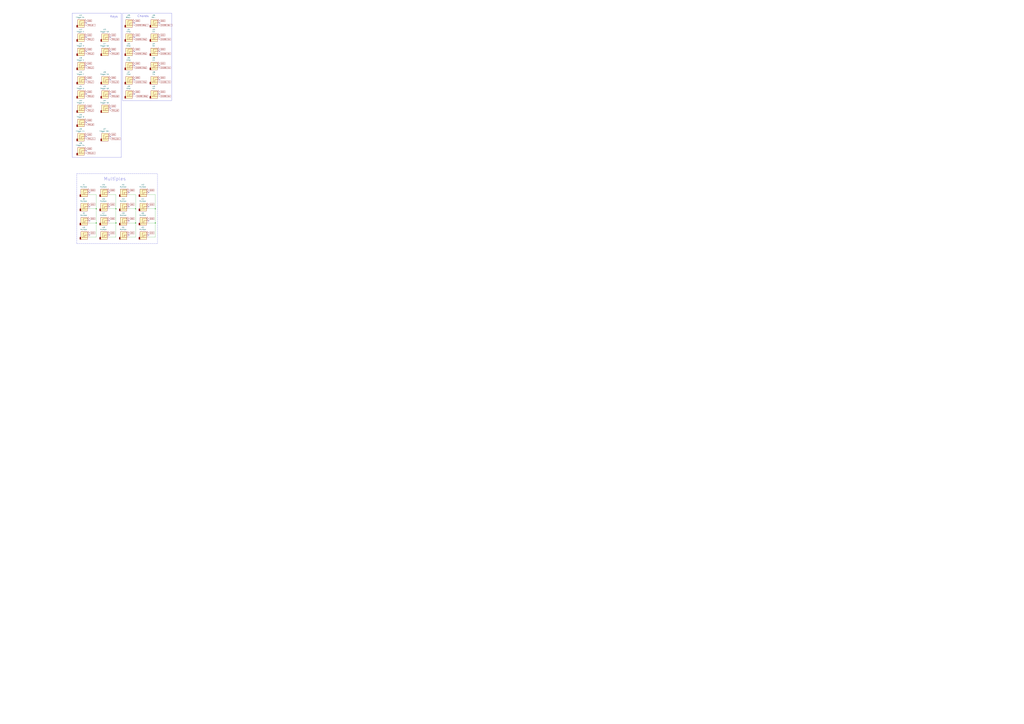
<source format=kicad_sch>
(kicad_sch (version 20231120) (generator "eeschema") (generator_version "8.0")
  (paper "A0")
  (title_block (title "Audio Thing Template") (rev "1.0") (company "velvia-fifty") (comment 1 "https://github.com/velvia-fifty/AudioThings") (comment 2 "You should have changed this already :)") (comment 4 "Stay humble"))
  (lib_symbols
    (symbol "Connector_Audio:AudioJack3"
      (property "Reference" "J" (at 0 8.89 0))
      (property "Value" "AudioJack3" (at 0 6.35 0))
      (symbol "AudioJack3_0_1"
        (rectangle (start -5.08 -5.08) (end -6.35 -2.54) (stroke (width 0.254)) (fill (type outline)))
        (polyline (pts (xy 0 -2.54) (xy 0.635 -3.175) (xy 1.27 -2.54) (xy 2.54 -2.54)) (stroke (width 0.254)))
        (polyline (pts (xy -1.905 -2.54) (xy -1.27 -3.175) (xy -0.635 -2.54) (xy -0.635 0) (xy 2.54 0)) (stroke (width 0.254)))
        (polyline (pts (xy 2.54 2.54) (xy -2.54 2.54) (xy -2.54 -2.54) (xy -3.175 -3.175) (xy -3.81 -2.54)) (stroke (width 0.254)))
        (rectangle (start 2.54 3.81) (end -5.08 -5.08) (stroke (width 0.254)) (fill (type background)))
      )
      (symbol "AudioJack3_1_1"
        (pin passive line (at 5.08 0 180) (length 2.54) (name "~") (number "R"))
        (pin passive line (at 5.08 2.54 180) (length 2.54) (name "~") (number "S"))
        (pin passive line (at 5.08 -2.54 180) (length 2.54) (name "~") (number "T"))
      )
    )
  )
  (junction (at 157.48 242.57))
  (junction (at 180.34 259.08))
  (junction (at 111.76 259.08))
  (junction (at 134.62 259.08))
  (junction (at 111.76 242.57))
  (junction (at 157.48 259.08))
  (junction (at 180.34 242.57))
  (junction (at 134.62 242.57))
  (no_connect (at 104.14 256.54))
  (no_connect (at 172.72 273.05))
  (no_connect (at 149.86 256.54))
  (no_connect (at 156.21 76.2))
  (no_connect (at 127 240.03))
  (no_connect (at 100.33 76.2))
  (no_connect (at 100.33 142.24))
  (no_connect (at 128.27 158.75))
  (no_connect (at 172.72 223.52))
  (no_connect (at 149.86 223.52))
  (no_connect (at 149.86 240.03))
  (no_connect (at 156.21 109.22))
  (no_connect (at 100.33 59.69))
  (no_connect (at 156.21 26.67))
  (no_connect (at 100.33 158.75))
  (no_connect (at 127 273.05))
  (no_connect (at 100.33 43.18))
  (no_connect (at 185.42 76.2))
  (no_connect (at 156.21 92.71))
  (no_connect (at 100.33 92.71))
  (no_connect (at 128.27 43.18))
  (no_connect (at 104.14 223.52))
  (no_connect (at 100.33 109.22))
  (no_connect (at 104.14 273.05))
  (no_connect (at 185.42 59.69))
  (no_connect (at 156.21 59.69))
  (no_connect (at 127 256.54))
  (no_connect (at 104.14 240.03))
  (no_connect (at 128.27 59.69))
  (no_connect (at 100.33 26.67))
  (no_connect (at 128.27 125.73))
  (no_connect (at 185.42 43.18))
  (no_connect (at 185.42 92.71))
  (no_connect (at 149.86 273.05))
  (no_connect (at 127 223.52))
  (no_connect (at 156.21 43.18))
  (no_connect (at 128.27 92.71))
  (no_connect (at 185.42 26.67))
  (no_connect (at 128.27 109.22))
  (no_connect (at 100.33 175.26))
  (no_connect (at 172.72 256.54))
  (no_connect (at 185.42 109.22))
  (no_connect (at 100.33 125.73))
  (no_connect (at 172.72 240.03))
  (wire (pts (xy 134.62 275.59) (xy 127 275.59)))
  (wire (pts (xy 172.72 242.57) (xy 180.34 242.57)))
  (wire (pts (xy 172.72 259.08) (xy 180.34 259.08)))
  (wire (pts (xy 134.62 259.08) (xy 134.62 275.59)))
  (wire (pts (xy 111.76 275.59) (xy 104.14 275.59)))
  (wire (pts (xy 111.76 226.06) (xy 111.76 242.57)))
  (wire (pts (xy 134.62 242.57) (xy 134.62 259.08)))
  (wire (pts (xy 149.86 259.08) (xy 157.48 259.08)))
  (wire (pts (xy 104.14 259.08) (xy 111.76 259.08)))
  (wire (pts (xy 157.48 242.57) (xy 157.48 259.08)))
  (wire (pts (xy 157.48 275.59) (xy 149.86 275.59)))
  (wire (pts (xy 111.76 259.08) (xy 111.76 275.59)))
  (wire (pts (xy 127 242.57) (xy 134.62 242.57)))
  (wire (pts (xy 149.86 226.06) (xy 157.48 226.06)))
  (wire (pts (xy 149.86 242.57) (xy 157.48 242.57)))
  (wire (pts (xy 134.62 226.06) (xy 134.62 242.57)))
  (wire (pts (xy 157.48 259.08) (xy 157.48 275.59)))
  (wire (pts (xy 180.34 226.06) (xy 180.34 242.57)))
  (wire (pts (xy 111.76 242.57) (xy 111.76 259.08)))
  (wire (pts (xy 127 259.08) (xy 134.62 259.08)))
  (wire (pts (xy 180.34 275.59) (xy 172.72 275.59)))
  (wire (pts (xy 172.72 226.06) (xy 180.34 226.06)))
  (wire (pts (xy 180.34 242.57) (xy 180.34 259.08)))
  (wire (pts (xy 157.48 226.06) (xy 157.48 242.57)))
  (wire (pts (xy 104.14 226.06) (xy 111.76 226.06)))
  (wire (pts (xy 180.34 259.08) (xy 180.34 275.59)))
  (wire (pts (xy 104.14 242.57) (xy 111.76 242.57)))
  (wire (pts (xy 127 226.06) (xy 134.62 226.06)))
  (rectangle (start 83.82 15.24) (end 140.97 182.88))
  (rectangle (start 88.9 201.93) (end 182.88 283.21) (stroke (width 0) (type dash)))
  (rectangle (start 142.24 15.24) (end 199.39 116.84))
  (text "Multiples" (at 133.35 208.026 0) (effects (font (size 3.81 3.81))))
  (text "Keys" (at 132.334 19.304 0) (effects (font (size 2.54 2.54))))
  (text "Chords" (at 166.116 18.796 0) (effects (font (size 2.54 2.54))))
  (global_label "GND" (shape input) (at 100.33 106.68 0) (property "Intersheetrefs" "${INTERSHEET_REFS}" (effects (hide yes))))
  (global_label "GND" (shape input) (at 185.42 40.64 0) (property "Intersheetrefs" "${INTERSHEET_REFS}" (effects (hide yes))))
  (global_label "GND" (shape input) (at 185.42 57.15 0) (property "Intersheetrefs" "${INTERSHEET_REFS}" (effects (hide yes))))
  (global_label "GND" (shape input) (at 185.42 90.17 0) (property "Intersheetrefs" "${INTERSHEET_REFS}" (effects (hide yes))))
  (global_label "GND" (shape input) (at 149.86 254 0) (property "Intersheetrefs" "${INTERSHEET_REFS}" (effects (hide yes))))
  (global_label "GND" (shape input) (at 100.33 57.15 0) (property "Intersheetrefs" "${INTERSHEET_REFS}" (effects (hide yes))))
  (global_label "GND" (shape input) (at 100.33 90.17 0) (property "Intersheetrefs" "${INTERSHEET_REFS}" (effects (hide yes))))
  (global_label "CHORD EMaj" (shape input) (at 156.21 78.74 0) (property "Intersheetrefs" "${INTERSHEET_REFS}" (effects (hide yes))))
  (global_label "TRIG_G" (shape input) (at 100.33 111.76 0) (property "Intersheetrefs" "${INTERSHEET_REFS}" (effects (hide yes))))
  (global_label "GND" (shape input) (at 104.14 220.98 0) (property "Intersheetrefs" "${INTERSHEET_REFS}" (effects (hide yes))))
  (global_label "TRIG_B" (shape input) (at 100.33 144.78 0) (property "Intersheetrefs" "${INTERSHEET_REFS}" (effects (hide yes))))
  (global_label "CHORD Em" (shape input) (at 185.42 78.74 0) (property "Intersheetrefs" "${INTERSHEET_REFS}" (effects (hide yes))))
  (global_label "CHORD Fm" (shape input) (at 185.42 95.25 0) (property "Intersheetrefs" "${INTERSHEET_REFS}" (effects (hide yes))))
  (global_label "GND" (shape input) (at 100.33 156.21 0) (property "Intersheetrefs" "${INTERSHEET_REFS}" (effects (hide yes))))
  (global_label "GND" (shape input) (at 185.42 73.66 0) (property "Intersheetrefs" "${INTERSHEET_REFS}" (effects (hide yes))))
  (global_label "TRIG_E" (shape input) (at 100.33 78.74 0) (property "Intersheetrefs" "${INTERSHEET_REFS}" (effects (hide yes))))
  (global_label "CHORD DMaj" (shape input) (at 156.21 62.23 0) (property "Intersheetrefs" "${INTERSHEET_REFS}" (effects (hide yes))))
  (global_label "TRIG_F#" (shape input) (at 128.27 95.25 0) (property "Intersheetrefs" "${INTERSHEET_REFS}" (effects (hide yes))))
  (global_label "GND" (shape input) (at 172.72 270.51 0) (property "Intersheetrefs" "${INTERSHEET_REFS}" (effects (hide yes))))
  (global_label "GND" (shape input) (at 100.33 139.7 0) (property "Intersheetrefs" "${INTERSHEET_REFS}" (effects (hide yes))))
  (global_label "GND" (shape input) (at 185.42 106.68 0) (property "Intersheetrefs" "${INTERSHEET_REFS}" (effects (hide yes))))
  (global_label "GND" (shape input) (at 185.42 24.13 0) (property "Intersheetrefs" "${INTERSHEET_REFS}" (effects (hide yes))))
  (global_label "GND" (shape input) (at 149.86 220.98 0) (property "Intersheetrefs" "${INTERSHEET_REFS}" (effects (hide yes))))
  (global_label "GND" (shape input) (at 128.27 123.19 0) (property "Intersheetrefs" "${INTERSHEET_REFS}" (effects (hide yes))))
  (global_label "CHORD BMaj-" (shape input) (at 156.21 29.21 0) (property "Intersheetrefs" "${INTERSHEET_REFS}" (effects (hide yes))))
  (global_label "GND" (shape input) (at 172.72 220.98 0) (property "Intersheetrefs" "${INTERSHEET_REFS}" (effects (hide yes))))
  (global_label "CHORD FMaj" (shape input) (at 156.21 95.25 0) (property "Intersheetrefs" "${INTERSHEET_REFS}" (effects (hide yes))))
  (global_label "GND" (shape input) (at 127 270.51 0) (property "Intersheetrefs" "${INTERSHEET_REFS}" (effects (hide yes))))
  (global_label "GND" (shape input) (at 156.21 40.64 0) (property "Intersheetrefs" "${INTERSHEET_REFS}" (effects (hide yes))))
  (global_label "CHORD Gm" (shape input) (at 185.42 111.76 0) (property "Intersheetrefs" "${INTERSHEET_REFS}" (effects (hide yes))))
  (global_label "GND" (shape input) (at 156.21 24.13 0) (property "Intersheetrefs" "${INTERSHEET_REFS}" (effects (hide yes))))
  (global_label "GND" (shape input) (at 127 237.49 0) (property "Intersheetrefs" "${INTERSHEET_REFS}" (effects (hide yes))))
  (global_label "TRIG_A" (shape input) (at 100.33 128.27 0) (property "Intersheetrefs" "${INTERSHEET_REFS}" (effects (hide yes))))
  (global_label "GND" (shape input) (at 100.33 24.13 0) (property "Intersheetrefs" "${INTERSHEET_REFS}" (effects (hide yes))))
  (global_label "CHORD Cm" (shape input) (at 185.42 45.72 0) (property "Intersheetrefs" "${INTERSHEET_REFS}" (effects (hide yes))))
  (global_label "CHORD GMaj" (shape input) (at 157.48 111.76 0) (property "Intersheetrefs" "${INTERSHEET_REFS}" (effects (hide yes))))
  (global_label "GND" (shape input) (at 156.21 73.66 0) (property "Intersheetrefs" "${INTERSHEET_REFS}" (effects (hide yes))))
  (global_label "TRIG_G#" (shape input) (at 128.27 111.76 0) (property "Intersheetrefs" "${INTERSHEET_REFS}" (effects (hide yes))))
  (global_label "TRIG_F" (shape input) (at 100.33 95.25 0) (property "Intersheetrefs" "${INTERSHEET_REFS}" (effects (hide yes))))
  (global_label "GND" (shape input) (at 156.21 90.17 0) (property "Intersheetrefs" "${INTERSHEET_REFS}" (effects (hide yes))))
  (global_label "GND" (shape input) (at 100.33 172.72 0) (property "Intersheetrefs" "${INTERSHEET_REFS}" (effects (hide yes))))
  (global_label "GND" (shape input) (at 100.33 40.64 0) (property "Intersheetrefs" "${INTERSHEET_REFS}" (effects (hide yes))))
  (global_label "GND" (shape input) (at 104.14 270.51 0) (property "Intersheetrefs" "${INTERSHEET_REFS}" (effects (hide yes))))
  (global_label "GND" (shape input) (at 100.33 123.19 0) (property "Intersheetrefs" "${INTERSHEET_REFS}" (effects (hide yes))))
  (global_label "TRIG_A#" (shape input) (at 128.27 128.27 0) (property "Intersheetrefs" "${INTERSHEET_REFS}" (effects (hide yes))))
  (global_label "TRIG_C#+" (shape input) (at 128.27 161.29 0) (property "Intersheetrefs" "${INTERSHEET_REFS}" (effects (hide yes))))
  (global_label "GND" (shape input) (at 156.21 106.68 0) (property "Intersheetrefs" "${INTERSHEET_REFS}" (effects (hide yes))))
  (global_label "GND" (shape input) (at 100.33 73.66 0) (property "Intersheetrefs" "${INTERSHEET_REFS}" (effects (hide yes))))
  (global_label "TRIG_B-" (shape input) (at 100.33 29.21 0) (property "Intersheetrefs" "${INTERSHEET_REFS}" (effects (hide yes))))
  (global_label "GND" (shape input) (at 128.27 156.21 0) (property "Intersheetrefs" "${INTERSHEET_REFS}" (effects (hide yes))))
  (global_label "TRIG_C" (shape input) (at 100.33 45.72 0) (property "Intersheetrefs" "${INTERSHEET_REFS}" (effects (hide yes))))
  (global_label "CHORD Dm" (shape input) (at 185.42 62.23 0) (property "Intersheetrefs" "${INTERSHEET_REFS}" (effects (hide yes))))
  (global_label "GND" (shape input) (at 156.21 57.15 0) (property "Intersheetrefs" "${INTERSHEET_REFS}" (effects (hide yes))))
  (global_label "GND" (shape input) (at 128.27 106.68 0) (property "Intersheetrefs" "${INTERSHEET_REFS}" (effects (hide yes))))
  (global_label "TRIG_D" (shape input) (at 100.33 62.23 0) (property "Intersheetrefs" "${INTERSHEET_REFS}" (effects (hide yes))))
  (global_label "GND" (shape input) (at 104.14 237.49 0) (property "Intersheetrefs" "${INTERSHEET_REFS}" (effects (hide yes))))
  (global_label "GND" (shape input) (at 149.86 237.49 0) (property "Intersheetrefs" "${INTERSHEET_REFS}" (effects (hide yes))))
  (global_label "TRIG_D#" (shape input) (at 128.27 62.23 0) (property "Intersheetrefs" "${INTERSHEET_REFS}" (effects (hide yes))))
  (global_label "CHORD Bm-" (shape input) (at 185.42 29.21 0) (property "Intersheetrefs" "${INTERSHEET_REFS}" (effects (hide yes))))
  (global_label "GND" (shape input) (at 149.86 270.51 0) (property "Intersheetrefs" "${INTERSHEET_REFS}" (effects (hide yes))))
  (global_label "GND" (shape input) (at 128.27 57.15 0) (property "Intersheetrefs" "${INTERSHEET_REFS}" (effects (hide yes))))
  (global_label "TRIG_C+" (shape input) (at 100.33 161.29 0) (property "Intersheetrefs" "${INTERSHEET_REFS}" (effects (hide yes))))
  (global_label "GND" (shape input) (at 127 254 0) (property "Intersheetrefs" "${INTERSHEET_REFS}" (effects (hide yes))))
  (global_label "GND" (shape input) (at 104.14 254 0) (property "Intersheetrefs" "${INTERSHEET_REFS}" (effects (hide yes))))
  (global_label "CHORD CMaj" (shape input) (at 156.21 45.72 0) (property "Intersheetrefs" "${INTERSHEET_REFS}" (effects (hide yes))))
  (global_label "GND" (shape input) (at 127 220.98 0) (property "Intersheetrefs" "${INTERSHEET_REFS}" (effects (hide yes))))
  (global_label "TRIG_C#" (shape input) (at 128.27 45.72 0) (property "Intersheetrefs" "${INTERSHEET_REFS}" (effects (hide yes))))
  (global_label "GND" (shape input) (at 172.72 254 0) (property "Intersheetrefs" "${INTERSHEET_REFS}" (effects (hide yes))))
  (global_label "GND" (shape input) (at 172.72 237.49 0) (property "Intersheetrefs" "${INTERSHEET_REFS}" (effects (hide yes))))
  (global_label "GND" (shape input) (at 128.27 40.64 0) (property "Intersheetrefs" "${INTERSHEET_REFS}" (effects (hide yes))))
  (global_label "GND" (shape input) (at 128.27 90.17 0) (property "Intersheetrefs" "${INTERSHEET_REFS}" (effects (hide yes))))
  (global_label "TRIG_D+" (shape input) (at 100.33 177.8 0) (property "Intersheetrefs" "${INTERSHEET_REFS}" (effects (hide yes))))
  (symbol (lib_id "Connector_Audio:AudioJack3") (at 167.64 273.05 0) (unit 1)
    (property "Reference" "J52" (at 165.735 264.16 0))
    (property "Value" "Multiple" (at 165.735 266.7 0))
    (property "Footprint" "AT-Footprints:SJ3" (effects (hide yes)))
    (property "Description" "Audio Jack, 3 Poles (Stereo / TRS)" (effects (hide yes)))
  )
  (symbol (lib_id "Connector_Audio:AudioJack3") (at 95.25 175.26 0) (unit 1)
    (property "Reference" "J28" (at 93.345 166.37 0))
    (property "Value" "Trigger D+" (at 93.345 168.91 0))
    (property "Footprint" "AT-Footprints:SJ3" (effects (hide yes)))
    (property "Description" "Audio Jack, 3 Poles (Stereo / TRS)" (effects (hide yes)))
  )
  (symbol (lib_id "Connector_Audio:AudioJack3") (at 95.25 142.24 0) (unit 1)
    (property "Reference" "J25" (at 93.345 133.35 0))
    (property "Value" "Trigger B" (at 93.345 135.89 0))
    (property "Footprint" "AT-Footprints:SJ3" (effects (hide yes)))
    (property "Description" "Audio Jack, 3 Poles (Stereo / TRS)" (effects (hide yes)))
  )
  (symbol (lib_id "Connector_Audio:AudioJack3") (at 180.34 92.71 0) (unit 1)
    (property "Reference" "J38" (at 178.435 83.82 0))
    (property "Value" "Fm" (at 178.435 86.36 0))
    (property "Footprint" "AT-Footprints:SJ3" (effects (hide yes)))
    (property "Description" "Audio Jack, 3 Poles (Stereo / TRS)" (effects (hide yes)))
  )
  (symbol (lib_id "Connector_Audio:AudioJack3") (at 99.06 240.03 0) (unit 1)
    (property "Reference" "J8" (at 97.155 231.14 0))
    (property "Value" "Multiple" (at 97.155 233.68 0))
    (property "Footprint" "AT-Footprints:SJ3" (effects (hide yes)))
    (property "Description" "Audio Jack, 3 Poles (Stereo / TRS)" (effects (hide yes)))
  )
  (symbol (lib_id "Connector_Audio:AudioJack3") (at 121.92 256.54 0) (unit 1)
    (property "Reference" "J47" (at 120.015 247.65 0))
    (property "Value" "Multiple" (at 120.015 250.19 0))
    (property "Footprint" "AT-Footprints:SJ3" (effects (hide yes)))
    (property "Description" "Audio Jack, 3 Poles (Stereo / TRS)" (effects (hide yes)))
  )
  (symbol (lib_id "Connector_Audio:AudioJack3") (at 151.13 43.18 0) (unit 1)
    (property "Reference" "J31" (at 149.225 34.29 0))
    (property "Value" "CMaj" (at 149.225 36.83 0))
    (property "Footprint" "AT-Footprints:SJ3" (effects (hide yes)))
    (property "Description" "Audio Jack, 3 Poles (Stereo / TRS)" (effects (hide yes)))
  )
  (symbol (lib_id "Connector_Audio:AudioJack3") (at 167.64 223.52 0) (unit 1)
    (property "Reference" "J42" (at 165.735 214.63 0))
    (property "Value" "Multiple" (at 165.735 217.17 0))
    (property "Footprint" "AT-Footprints:SJ3" (effects (hide yes)))
    (property "Description" "Audio Jack, 3 Poles (Stereo / TRS)" (effects (hide yes)))
  )
  (symbol (lib_id "Connector_Audio:AudioJack3") (at 121.92 273.05 0) (unit 1)
    (property "Reference" "J48" (at 120.015 264.16 0))
    (property "Value" "Multiple" (at 120.015 266.7 0))
    (property "Footprint" "AT-Footprints:SJ3" (effects (hide yes)))
    (property "Description" "Audio Jack, 3 Poles (Stereo / TRS)" (effects (hide yes)))
  )
  (symbol (lib_id "Connector_Audio:AudioJack3") (at 167.64 240.03 0) (unit 1)
    (property "Reference" "J44" (at 165.735 231.14 0))
    (property "Value" "Multiple" (at 165.735 233.68 0))
    (property "Footprint" "AT-Footprints:SJ3" (effects (hide yes)))
    (property "Description" "Audio Jack, 3 Poles (Stereo / TRS)" (effects (hide yes)))
  )
  (symbol (lib_id "Connector_Audio:AudioJack3") (at 95.25 76.2 0) (unit 1)
    (property "Reference" "J18" (at 93.345 67.31 0))
    (property "Value" "Trigger E" (at 93.345 69.85 0))
    (property "Footprint" "AT-Footprints:SJ3" (effects (hide yes)))
    (property "Description" "Audio Jack, 3 Poles (Stereo / TRS)" (effects (hide yes)))
  )
  (symbol (lib_id "Connector_Audio:AudioJack3") (at 144.78 256.54 0) (unit 1)
    (property "Reference" "J49" (at 142.875 247.65 0))
    (property "Value" "Multiple" (at 142.875 250.19 0))
    (property "Footprint" "AT-Footprints:SJ3" (effects (hide yes)))
    (property "Description" "Audio Jack, 3 Poles (Stereo / TRS)" (effects (hide yes)))
  )
  (symbol (lib_id "Connector_Audio:AudioJack3") (at 151.13 109.22 0) (unit 1)
    (property "Reference" "J39" (at 149.225 100.33 0))
    (property "Value" "GMaj" (at 149.225 102.87 0))
    (property "Footprint" "AT-Footprints:SJ3" (effects (hide yes)))
    (property "Description" "Audio Jack, 3 Poles (Stereo / TRS)" (effects (hide yes)))
  )
  (symbol (lib_id "Connector_Audio:AudioJack3") (at 180.34 43.18 0) (unit 1)
    (property "Reference" "J32" (at 178.435 34.29 0))
    (property "Value" "Cm" (at 178.435 36.83 0))
    (property "Footprint" "AT-Footprints:SJ3" (effects (hide yes)))
    (property "Description" "Audio Jack, 3 Poles (Stereo / TRS)" (effects (hide yes)))
  )
  (symbol (lib_id "Connector_Audio:AudioJack3") (at 123.19 43.18 0) (unit 1)
    (property "Reference" "J15" (at 121.285 34.29 0))
    (property "Value" "Trigger C#" (at 121.285 36.83 0))
    (property "Footprint" "AT-Footprints:SJ3" (effects (hide yes)))
    (property "Description" "Audio Jack, 3 Poles (Stereo / TRS)" (effects (hide yes)))
  )
  (symbol (lib_id "Connector_Audio:AudioJack3") (at 123.19 109.22 0) (unit 1)
    (property "Reference" "J22" (at 121.285 100.33 0))
    (property "Value" "Trigger G#" (at 121.285 102.87 0))
    (property "Footprint" "AT-Footprints:SJ3" (effects (hide yes)))
    (property "Description" "Audio Jack, 3 Poles (Stereo / TRS)" (effects (hide yes)))
  )
  (symbol (lib_id "Connector_Audio:AudioJack3") (at 95.25 92.71 0) (unit 1)
    (property "Reference" "J19" (at 93.345 83.82 0))
    (property "Value" "Trigger F" (at 93.345 86.36 0))
    (property "Footprint" "AT-Footprints:SJ3" (effects (hide yes)))
    (property "Description" "Audio Jack, 3 Poles (Stereo / TRS)" (effects (hide yes)))
  )
  (symbol (lib_id "Connector_Audio:AudioJack3") (at 151.13 92.71 0) (unit 1)
    (property "Reference" "J37" (at 149.225 83.82 0))
    (property "Value" "FMaj" (at 149.225 86.36 0))
    (property "Footprint" "AT-Footprints:SJ3" (effects (hide yes)))
    (property "Description" "Audio Jack, 3 Poles (Stereo / TRS)" (effects (hide yes)))
  )
  (symbol (lib_id "Connector_Audio:AudioJack3") (at 95.25 26.67 0) (unit 1)
    (property "Reference" "J12" (at 93.345 17.78 0))
    (property "Value" "Trigger B-" (at 93.345 20.32 0))
    (property "Footprint" "AT-Footprints:SJ3" (effects (hide yes)))
    (property "Description" "Audio Jack, 3 Poles (Stereo / TRS)" (effects (hide yes)))
  )
  (symbol (lib_id "Connector_Audio:AudioJack3") (at 144.78 223.52 0) (unit 1)
    (property "Reference" "J41" (at 142.875 214.63 0))
    (property "Value" "Multiple" (at 142.875 217.17 0))
    (property "Footprint" "AT-Footprints:SJ3" (effects (hide yes)))
    (property "Description" "Audio Jack, 3 Poles (Stereo / TRS)" (effects (hide yes)))
  )
  (symbol (lib_id "Connector_Audio:AudioJack3") (at 121.92 223.52 0) (unit 1)
    (property "Reference" "J45" (at 120.015 214.63 0))
    (property "Value" "Multiple" (at 120.015 217.17 0))
    (property "Footprint" "AT-Footprints:SJ3" (effects (hide yes)))
    (property "Description" "Audio Jack, 3 Poles (Stereo / TRS)" (effects (hide yes)))
  )
  (symbol (lib_id "Connector_Audio:AudioJack3") (at 180.34 59.69 0) (unit 1)
    (property "Reference" "J34" (at 178.435 50.8 0))
    (property "Value" "Dm" (at 178.435 53.34 0))
    (property "Footprint" "AT-Footprints:SJ3" (effects (hide yes)))
    (property "Description" "Audio Jack, 3 Poles (Stereo / TRS)" (effects (hide yes)))
  )
  (symbol (lib_id "Connector_Audio:AudioJack3") (at 123.19 158.75 0) (unit 1)
    (property "Reference" "J27" (at 121.285 149.86 0))
    (property "Value" "Trigger C#+" (at 121.285 152.4 0))
    (property "Footprint" "AT-Footprints:SJ3" (effects (hide yes)))
    (property "Description" "Audio Jack, 3 Poles (Stereo / TRS)" (effects (hide yes)))
  )
  (symbol (lib_id "Connector_Audio:AudioJack3") (at 99.06 256.54 0) (unit 1)
    (property "Reference" "J9" (at 97.155 247.65 0))
    (property "Value" "Multiple" (at 97.155 250.19 0))
    (property "Footprint" "AT-Footprints:SJ3" (effects (hide yes)))
    (property "Description" "Audio Jack, 3 Poles (Stereo / TRS)" (effects (hide yes)))
  )
  (symbol (lib_id "Connector_Audio:AudioJack3") (at 95.25 109.22 0) (unit 1)
    (property "Reference" "J21" (at 93.345 100.33 0))
    (property "Value" "Trigger G" (at 93.345 102.87 0))
    (property "Footprint" "AT-Footprints:SJ3" (effects (hide yes)))
    (property "Description" "Audio Jack, 3 Poles (Stereo / TRS)" (effects (hide yes)))
  )
  (symbol (lib_id "Connector_Audio:AudioJack3") (at 123.19 92.71 0) (unit 1)
    (property "Reference" "J20" (at 121.285 83.82 0))
    (property "Value" "Trigger F#" (at 121.285 86.36 0))
    (property "Footprint" "AT-Footprints:SJ3" (effects (hide yes)))
    (property "Description" "Audio Jack, 3 Poles (Stereo / TRS)" (effects (hide yes)))
  )
  (symbol (lib_id "Connector_Audio:AudioJack3") (at 180.34 76.2 0) (unit 1)
    (property "Reference" "J36" (at 178.435 67.31 0))
    (property "Value" "Em" (at 178.435 69.85 0))
    (property "Footprint" "AT-Footprints:SJ3" (effects (hide yes)))
    (property "Description" "Audio Jack, 3 Poles (Stereo / TRS)" (effects (hide yes)))
  )
  (symbol (lib_id "Connector_Audio:AudioJack3") (at 180.34 26.67 0) (unit 1)
    (property "Reference" "J30" (at 178.435 17.78 0))
    (property "Value" "Bm-" (at 178.435 20.32 0))
    (property "Footprint" "AT-Footprints:SJ3" (effects (hide yes)))
    (property "Description" "Audio Jack, 3 Poles (Stereo / TRS)" (effects (hide yes)))
  )
  (symbol (lib_id "Connector_Audio:AudioJack3") (at 167.64 256.54 0) (unit 1)
    (property "Reference" "J50" (at 165.735 247.65 0))
    (property "Value" "Multiple" (at 165.735 250.19 0))
    (property "Footprint" "AT-Footprints:SJ3" (effects (hide yes)))
    (property "Description" "Audio Jack, 3 Poles (Stereo / TRS)" (effects (hide yes)))
  )
  (symbol (lib_id "Connector_Audio:AudioJack3") (at 123.19 125.73 0) (unit 1)
    (property "Reference" "J24" (at 121.285 116.84 0))
    (property "Value" "Trigger A#" (at 121.285 119.38 0))
    (property "Footprint" "AT-Footprints:SJ3" (effects (hide yes)))
    (property "Description" "Audio Jack, 3 Poles (Stereo / TRS)" (effects (hide yes)))
  )
  (symbol (lib_id "Connector_Audio:AudioJack3") (at 151.13 76.2 0) (unit 1)
    (property "Reference" "J35" (at 149.225 67.31 0))
    (property "Value" "EMaj" (at 149.225 69.85 0))
    (property "Footprint" "AT-Footprints:SJ3" (effects (hide yes)))
    (property "Description" "Audio Jack, 3 Poles (Stereo / TRS)" (effects (hide yes)))
  )
  (symbol (lib_id "Connector_Audio:AudioJack3") (at 123.19 59.69 0) (unit 1)
    (property "Reference" "J17" (at 121.285 50.8 0))
    (property "Value" "Trigger D#" (at 121.285 53.34 0))
    (property "Footprint" "AT-Footprints:SJ3" (effects (hide yes)))
    (property "Description" "Audio Jack, 3 Poles (Stereo / TRS)" (effects (hide yes)))
  )
  (symbol (lib_id "Connector_Audio:AudioJack3") (at 95.25 125.73 0) (unit 1)
    (property "Reference" "J23" (at 93.345 116.84 0))
    (property "Value" "Trigger A" (at 93.345 119.38 0))
    (property "Footprint" "AT-Footprints:SJ3" (effects (hide yes)))
    (property "Description" "Audio Jack, 3 Poles (Stereo / TRS)" (effects (hide yes)))
  )
  (symbol (lib_id "Connector_Audio:AudioJack3") (at 95.25 43.18 0) (unit 1)
    (property "Reference" "J13" (at 93.345 34.29 0))
    (property "Value" "Trigger C" (at 93.345 36.83 0))
    (property "Footprint" "AT-Footprints:SJ3" (effects (hide yes)))
    (property "Description" "Audio Jack, 3 Poles (Stereo / TRS)" (effects (hide yes)))
  )
  (symbol (lib_id "Connector_Audio:AudioJack3") (at 95.25 59.69 0) (unit 1)
    (property "Reference" "J16" (at 93.345 50.8 0))
    (property "Value" "Trigger D" (at 93.345 53.34 0))
    (property "Footprint" "AT-Footprints:SJ3" (effects (hide yes)))
    (property "Description" "Audio Jack, 3 Poles (Stereo / TRS)" (effects (hide yes)))
  )
  (symbol (lib_id "Connector_Audio:AudioJack3") (at 99.06 273.05 0) (unit 1)
    (property "Reference" "J10" (at 97.155 264.16 0))
    (property "Value" "Multiple" (at 97.155 266.7 0))
    (property "Footprint" "AT-Footprints:SJ3" (effects (hide yes)))
    (property "Description" "Audio Jack, 3 Poles (Stereo / TRS)" (effects (hide yes)))
  )
  (symbol (lib_id "Connector_Audio:AudioJack3") (at 95.25 158.75 0) (unit 1)
    (property "Reference" "J26" (at 93.345 149.86 0))
    (property "Value" "Trigger C+" (at 93.345 152.4 0))
    (property "Footprint" "AT-Footprints:SJ3" (effects (hide yes)))
    (property "Description" "Audio Jack, 3 Poles (Stereo / TRS)" (effects (hide yes)))
  )
  (symbol (lib_id "Connector_Audio:AudioJack3") (at 144.78 240.03 0) (unit 1)
    (property "Reference" "J43" (at 142.875 231.14 0))
    (property "Value" "Multiple" (at 142.875 233.68 0))
    (property "Footprint" "AT-Footprints:SJ3" (effects (hide yes)))
    (property "Description" "Audio Jack, 3 Poles (Stereo / TRS)" (effects (hide yes)))
  )
  (symbol (lib_id "Connector_Audio:AudioJack3") (at 144.78 273.05 0) (unit 1)
    (property "Reference" "J51" (at 142.875 264.16 0))
    (property "Value" "Multiple" (at 142.875 266.7 0))
    (property "Footprint" "AT-Footprints:SJ3" (effects (hide yes)))
    (property "Description" "Audio Jack, 3 Poles (Stereo / TRS)" (effects (hide yes)))
  )
  (symbol (lib_id "Connector_Audio:AudioJack3") (at 151.13 59.69 0) (unit 1)
    (property "Reference" "J33" (at 149.225 50.8 0))
    (property "Value" "DMaj" (at 149.225 53.34 0))
    (property "Footprint" "AT-Footprints:SJ3" (effects (hide yes)))
    (property "Description" "Audio Jack, 3 Poles (Stereo / TRS)" (effects (hide yes)))
  )
  (symbol (lib_id "Connector_Audio:AudioJack3") (at 121.92 240.03 0) (unit 1)
    (property "Reference" "J46" (at 120.015 231.14 0))
    (property "Value" "Multiple" (at 120.015 233.68 0))
    (property "Footprint" "AT-Footprints:SJ3" (effects (hide yes)))
    (property "Description" "Audio Jack, 3 Poles (Stereo / TRS)" (effects (hide yes)))
  )
  (symbol (lib_id "Connector_Audio:AudioJack3") (at 180.34 109.22 0) (unit 1)
    (property "Reference" "J40" (at 178.435 100.33 0))
    (property "Value" "Gm" (at 178.435 102.87 0))
    (property "Footprint" "AT-Footprints:SJ3" (effects (hide yes)))
    (property "Description" "Audio Jack, 3 Poles (Stereo / TRS)" (effects (hide yes)))
  )
  (symbol (lib_id "Connector_Audio:AudioJack3") (at 151.13 26.67 0) (unit 1)
    (property "Reference" "J29" (at 149.225 17.78 0))
    (property "Value" "BMaj-" (at 149.225 20.32 0))
    (property "Footprint" "AT-Footprints:SJ3" (effects (hide yes)))
    (property "Description" "Audio Jack, 3 Poles (Stereo / TRS)" (effects (hide yes)))
  )
  (symbol (lib_id "Connector_Audio:AudioJack3") (at 99.06 223.52 0) (unit 1)
    (property "Reference" "J4" (at 97.155 214.63 0))
    (property "Value" "Multiple" (at 97.155 217.17 0))
    (property "Footprint" "AT-Footprints:SJ3" (effects (hide yes)))
    (property "Description" "Audio Jack, 3 Poles (Stereo / TRS)" (effects (hide yes)))
  )
)
</source>
